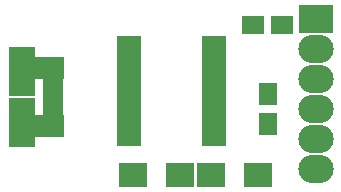
<source format=gts>
G04 #@! TF.FileFunction,Soldermask,Top*
%FSLAX46Y46*%
G04 Gerber Fmt 4.6, Leading zero omitted, Abs format (unit mm)*
G04 Created by KiCad (PCBNEW 4.0.6) date 10/22/17 19:33:14*
%MOMM*%
%LPD*%
G01*
G04 APERTURE LIST*
%ADD10C,0.100000*%
%ADD11R,1.900000X1.650000*%
%ADD12R,1.650000X1.900000*%
%ADD13R,2.400000X2.100000*%
%ADD14R,1.780000X0.850000*%
%ADD15R,2.500000X1.875000*%
%ADD16R,2.300000X2.775000*%
%ADD17R,2.300000X1.575000*%
%ADD18R,3.000000X2.400000*%
%ADD19O,3.000000X2.400000*%
%ADD20R,2.150000X0.850000*%
G04 APERTURE END LIST*
D10*
D11*
X137902000Y-88900000D03*
X135402000Y-88900000D03*
D12*
X136652000Y-94762000D03*
X136652000Y-97262000D03*
D13*
X131858000Y-101600000D03*
X135858000Y-101600000D03*
X125254000Y-101600000D03*
X129254000Y-101600000D03*
D14*
X118484000Y-93696000D03*
X118484000Y-94346000D03*
X118484000Y-94996000D03*
X118484000Y-95646000D03*
X118484000Y-96296000D03*
D15*
X118124000Y-92533500D03*
X118124000Y-97458500D03*
D16*
X115824000Y-92086000D03*
X115824000Y-97906000D03*
D17*
X115824000Y-94156000D03*
X115824000Y-95836000D03*
D18*
X140716000Y-88392000D03*
D19*
X140716000Y-90932000D03*
X140716000Y-93472000D03*
X140716000Y-96012000D03*
X140716000Y-98552000D03*
X140716000Y-101092000D03*
D20*
X124924000Y-90263000D03*
X124924000Y-90913000D03*
X124924000Y-91563000D03*
X124924000Y-92213000D03*
X124924000Y-92863000D03*
X124924000Y-93513000D03*
X124924000Y-94163000D03*
X124924000Y-94813000D03*
X124924000Y-95463000D03*
X124924000Y-96113000D03*
X124924000Y-96763000D03*
X124924000Y-97413000D03*
X124924000Y-98063000D03*
X124924000Y-98713000D03*
X132124000Y-98713000D03*
X132124000Y-98063000D03*
X132124000Y-97413000D03*
X132124000Y-96763000D03*
X132124000Y-96113000D03*
X132124000Y-95463000D03*
X132124000Y-94813000D03*
X132124000Y-94163000D03*
X132124000Y-93513000D03*
X132124000Y-92863000D03*
X132124000Y-92213000D03*
X132124000Y-91563000D03*
X132124000Y-90913000D03*
X132124000Y-90263000D03*
M02*

</source>
